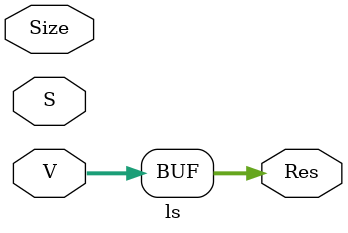
<source format=sv>
module ls(input logic 		  	Size, 		 // 0 for 16bits 1 for 8bits
				input logic [15:0]  	V,			 // Vector source
				input logic [15:0]	S,		 	 // Scalar source
			   output logic [15:0] 	Res);				
	
	assign Res = V;
 
endmodule 
</source>
